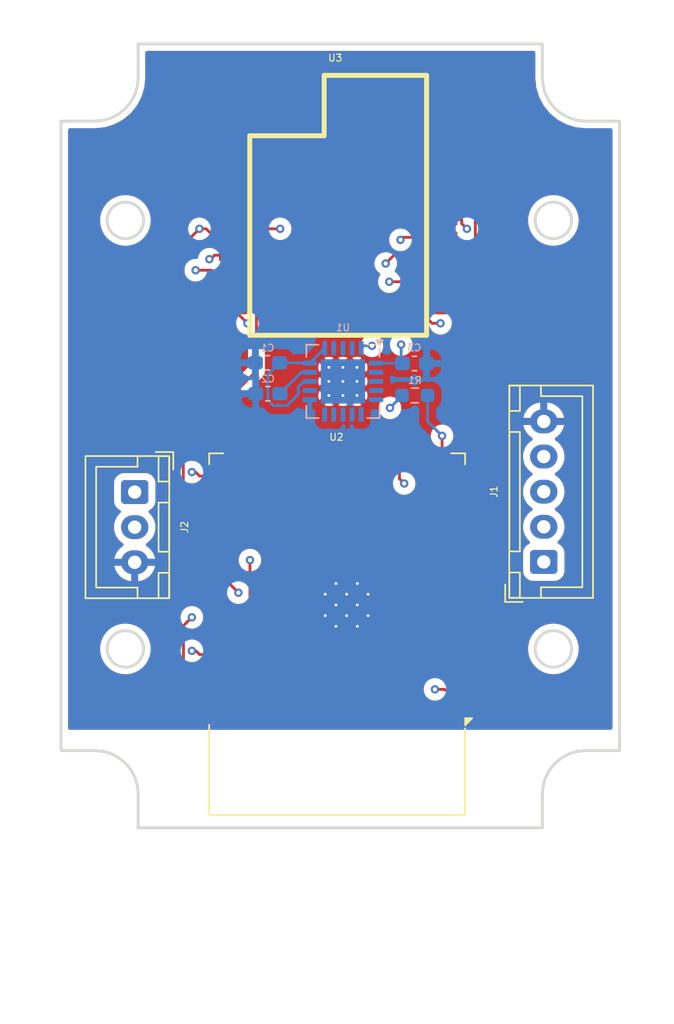
<source format=kicad_pcb>
(kicad_pcb (version 20241229) (generator "pcbnew") (generator_version "9.0")
  (layers (0 "F.Cu" signal) (4 "In1.Cu" signal) (6 "In2.Cu" signal) (2 "B.Cu" signal) (13 "F.Paste" user) (15 "B.Paste" user) (5 "F.SilkS" user "F.Silkscreen") (7 "B.SilkS" user "B.Silkscreen") (1 "F.Mask" user) (3 "B.Mask" user) (25 "Edge.Cuts" user))
  (net 0 "")
  (net 1 "+5V")
  (net 2 "GND")
  (net 3 "Net-(U1-NR)")
  (net 4 "+3.3V")
  (net 6 "/SPORT")
  (net 7 "/RX")
  (net 8 "/BOOT0")
  (net 9 "/TX")
  (net 10 "/SCK")
  (net 11 "Net-(U2-EN)")
  (net 20 "/MISO")
  (net 25 "/DIO1")
  (net 31 "/RX_EN")
  (net 32 "/DIO2")
  (net 38 "/TX_EN")
  (net 39 "/BUSY")
  (net 40 "/NSS")
  (net 41 "/NRESET")
  (net 43 "/MOSI")
  (footprint "Connector_JST:JST_XH_B5B-XH-A_1x05_P2.50mm_Vertical" (layer "F.Cu") (at 163.4375 89.8125 90)
    (property "Reference" "J1" (at 5 -3.55 90) (layer "F.SilkS") (effects (font (size 0.5 0.5) (thickness 0.08))))
    (property "Value" "Conn_01x05_Socket" (hide yes))
    (fp_line (start -1.6 -2.75) (end -2.85 -2.75) (stroke (width 0.12)) (layer "F.SilkS"))
    (fp_line (start -2.85 -2.75) (end -2.85 -1.5) (stroke (width 0.12)) (layer "F.SilkS"))
    (fp_line (start 12.56 -2.46) (end -2.56 -2.46) (stroke (width 0.12)) (layer "F.SilkS"))
    (fp_line (start -2.56 -2.46) (end -2.56 3.51) (stroke (width 0.12)) (layer "F.SilkS"))
    (fp_line (start 12.55 -2.45) (end 10.75 -2.45) (stroke (width 0.12)) (layer "F.SilkS"))
    (fp_line (start 10.75 -2.45) (end 10.75 -1.7) (stroke (width 0.12)) (layer "F.SilkS"))
    (fp_line (start 9.25 -2.45) (end 0.75 -2.45) (stroke (width 0.12)) (layer "F.SilkS"))
    (fp_line (start 0.75 -2.45) (end 0.75 -1.7) (stroke (width 0.12)) (layer "F.SilkS"))
    (fp_line (start -0.75 -2.45) (end -2.55 -2.45) (stroke (width 0.12)) (layer "F.SilkS"))
    (fp_line (start -2.55 -2.45) (end -2.55 -1.7) (stroke (width 0.12)) (layer "F.SilkS"))
    (fp_line (start 12.55 -1.7) (end 12.55 -2.45) (stroke (width 0.12)) (layer "F.SilkS"))
    (fp_line (start 10.75 -1.7) (end 12.55 -1.7) (stroke (width 0.12)) (layer "F.SilkS"))
    (fp_line (start 9.25 -1.7) (end 9.25 -2.45) (stroke (width 0.12)) (layer "F.SilkS"))
    (fp_line (start 0.75 -1.7) (end 9.25 -1.7) (stroke (width 0.12)) (layer "F.SilkS"))
    (fp_line (start -0.75 -1.7) (end -0.75 -2.45) (stroke (width 0.12)) (layer "F.SilkS"))
    (fp_line (start -2.55 -1.7) (end -0.75 -1.7) (stroke (width 0.12)) (layer "F.SilkS"))
    (fp_line (start 12.55 -0.2) (end 11.8 -0.2) (stroke (width 0.12)) (layer "F.SilkS"))
    (fp_line (start 11.8 -0.2) (end 11.8 2.75) (stroke (width 0.12)) (layer "F.SilkS"))
    (fp_line (start -1.8 -0.2) (end -1.8 2.75) (stroke (width 0.12)) (layer "F.SilkS"))
    (fp_line (start -2.55 -0.2) (end -1.8 -0.2) (stroke (width 0.12)) (layer "F.SilkS"))
    (fp_line (start 11.8 2.75) (end 5 2.75) (stroke (width 0.12)) (layer "F.SilkS"))
    (fp_line (start -1.8 2.75) (end 5 2.75) (stroke (width 0.12)) (layer "F.SilkS"))
    (fp_line (start 12.56 3.51) (end 12.56 -2.46) (stroke (width 0.12)) (layer "F.SilkS"))
    (fp_line (start -2.56 3.51) (end 12.56 3.51) (stroke (width 0.12)) (layer "F.SilkS"))
    (pad "1" thru_hole roundrect (at 0 0 90) (size 1.7 1.95) (drill 0.95) (layers "*.Cu" "*.Mask") (roundrect_rratio 0.147059) (net 8 "/BOOT0"))
    (pad "2" thru_hole oval (at 2.5 0 90) (size 1.7 1.95) (drill 0.95) (layers "*.Cu" "*.Mask") (net 9 "/TX"))
    (pad "3" thru_hole oval (at 5 0 90) (size 1.7 1.95) (drill 0.95) (layers "*.Cu" "*.Mask") (net 7 "/RX"))
    (pad "4" thru_hole oval (at 7.5 0 90) (size 1.7 1.95) (drill 0.95) (layers "*.Cu" "*.Mask") (net 4 "+3.3V"))
    (pad "5" thru_hole oval (at 10 0 90) (size 1.7 1.95) (drill 0.95) (layers "*.Cu" "*.Mask") (net 2 "GND"))
  )
  (footprint "RF_Module:ESP32-WROOM-32" (layer "F.Cu") (at 148.7125 91.9625 180)
    (property "Reference" "U2" (at 0.05 11.035 0) (layer "F.SilkS") (effects (font (size 0.5 0.5) (thickness 0.08))))
    (property "Value" "ESP32-WROOM-32" (hide yes))
    (fp_line (start 9.12 9.88) (end 8.12 9.88) (stroke (width 0.12)) (layer "F.SilkS"))
    (fp_line (start 9.12 9.1) (end 9.12 9.88) (stroke (width 0.12)) (layer "F.SilkS"))
    (fp_line (start 9.12 -15.86) (end 9.12 -9.445) (stroke (width 0.12)) (layer "F.SilkS"))
    (fp_line (start -9.12 9.88) (end -8.12 9.88) (stroke (width 0.12)) (layer "F.SilkS"))
    (fp_line (start -9.12 9.1) (end -9.12 9.88) (stroke (width 0.12)) (layer "F.SilkS"))
    (fp_line (start -9.12 -15.86) (end 9.12 -15.86) (stroke (width 0.12)) (layer "F.SilkS"))
    (fp_line (start -9.12 -15.86) (end -9.12 -9.7) (stroke (width 0.12)) (layer "F.SilkS"))
    (fp_poly (pts (xy -9.125 -8.975) (xy -9.625 -8.975) (xy -9.125 -9.475) (xy -9.125 -8.975)) (stroke (width 0.12)) (fill yes) (layer "F.SilkS"))
    (pad "1" smd rect (at -8.75 -8.25 180) (size 1.5 0.9) (layers "F.Cu" "F.Mask" "F.Paste") (net 2 "GND"))
    (pad "2" smd rect (at -8.75 -6.98 180) (size 1.5 0.9) (layers "F.Cu" "F.Mask" "F.Paste") (net 4 "+3.3V"))
    (pad "3" smd rect (at -8.75 -5.71 180) (size 1.5 0.9) (layers "F.Cu" "F.Mask" "F.Paste") (net 11 "Net-(U2-EN)"))
    (pad "4" smd rect (at -8.75 -4.44 180) (size 1.5 0.9) (layers "F.Cu" "F.Mask" "F.Paste"))
    (pad "5" smd rect (at -8.75 -3.17 180) (size 1.5 0.9) (layers "F.Cu" "F.Mask" "F.Paste"))
    (pad "6" smd rect (at -8.75 -1.9 180) (size 1.5 0.9) (layers "F.Cu" "F.Mask" "F.Paste"))
    (pad "7" smd rect (at -8.75 -0.63 180) (size 1.5 0.9) (layers "F.Cu" "F.Mask" "F.Paste"))
    (pad "8" smd rect (at -8.75 0.64 180) (size 1.5 0.9) (layers "F.Cu" "F.Mask" "F.Paste"))
    (pad "9" smd rect (at -8.75 1.91 180) (size 1.5 0.9) (layers "F.Cu" "F.Mask" "F.Paste"))
    (pad "10" smd rect (at -8.75 3.18 180) (size 1.5 0.9) (layers "F.Cu" "F.Mask" "F.Paste"))
    (pad "11" smd rect (at -8.75 4.45 180) (size 1.5 0.9) (layers "F.Cu" "F.Mask" "F.Paste") (net 38 "/TX_EN"))
    (pad "12" smd rect (at -8.75 5.72 180) (size 1.5 0.9) (layers "F.Cu" "F.Mask" "F.Paste") (net 31 "/RX_EN"))
    (pad "13" smd rect (at -8.75 6.99 180) (size 1.5 0.9) (layers "F.Cu" "F.Mask" "F.Paste") (net 41 "/NRESET"))
    (pad "14" smd rect (at -8.75 8.26 180) (size 1.5 0.9) (layers "F.Cu" "F.Mask" "F.Paste"))
    (pad "15" smd rect (at -5.71 9.51 270) (size 1.5 0.9) (layers "F.Cu" "F.Mask" "F.Paste") (net 2 "GND"))
    (pad "16" smd rect (at -4.44 9.51 270) (size 1.5 0.9) (layers "F.Cu" "F.Mask" "F.Paste") (net 6 "/SPORT"))
    (pad "17" smd rect (at -3.17 9.51 270) (size 1.5 0.9) (layers "F.Cu" "F.Mask" "F.Paste"))
    (pad "18" smd rect (at -1.9 9.51 270) (size 1.5 0.9) (layers "F.Cu" "F.Mask" "F.Paste"))
    (pad "19" smd rect (at -0.63 9.51 270) (size 1.5 0.9) (layers "F.Cu" "F.Mask" "F.Paste"))
    (pad "20" smd rect (at 0.64 9.51 270) (size 1.5 0.9) (layers "F.Cu" "F.Mask" "F.Paste"))
    (pad "21" smd rect (at 1.91 9.51 270) (size 1.5 0.9) (layers "F.Cu" "F.Mask" "F.Paste"))
    (pad "22" smd rect (at 3.18 9.51 270) (size 1.5 0.9) (layers "F.Cu" "F.Mask" "F.Paste"))
    (pad "23" smd rect (at 4.45 9.51 270) (size 1.5 0.9) (layers "F.Cu" "F.Mask" "F.Paste"))
    (pad "24" smd rect (at 5.72 9.51 270) (size 1.5 0.9) (layers "F.Cu" "F.Mask" "F.Paste") (net 32 "/DIO2"))
    (pad "25" smd rect (at 8.75 8.26 180) (size 1.5 0.9) (layers "F.Cu" "F.Mask" "F.Paste") (net 8 "/BOOT0"))
    (pad "26" smd rect (at 8.75 6.99 180) (size 1.5 0.9) (layers "F.Cu" "F.Mask" "F.Paste") (net 25 "/DIO1"))
    (pad "27" smd rect (at 8.75 5.72 180) (size 1.5 0.9) (layers "F.Cu" "F.Mask" "F.Paste"))
    (pad "28" smd rect (at 8.75 4.45 180) (size 1.5 0.9) (layers "F.Cu" "F.Mask" "F.Paste"))
    (pad "29" smd rect (at 8.75 3.18 180) (size 1.5 0.9) (layers "F.Cu" "F.Mask" "F.Paste") (net 40 "/NSS"))
    (pad "30" smd rect (at 8.75 1.91 180) (size 1.5 0.9) (layers "F.Cu" "F.Mask" "F.Paste") (net 10 "/SCK"))
    (pad "31" smd rect (at 8.75 0.64 180) (size 1.5 0.9) (layers "F.Cu" "F.Mask" "F.Paste") (net 20 "/MISO"))
    (pad "32" smd rect (at 8.75 -0.63 180) (size 1.5 0.9) (layers "F.Cu" "F.Mask" "F.Paste"))
    (pad "33" smd rect (at 8.75 -1.9 180) (size 1.5 0.9) (layers "F.Cu" "F.Mask" "F.Paste") (net 39 "/BUSY"))
    (pad "34" smd rect (at 8.75 -3.17 180) (size 1.5 0.9) (layers "F.Cu" "F.Mask" "F.Paste") (net 7 "/RX"))
    (pad "35" smd rect (at 8.75 -4.44 180) (size 1.5 0.9) (layers "F.Cu" "F.Mask" "F.Paste") (net 9 "/TX"))
    (pad "36" smd rect (at 8.75 -5.71 180) (size 1.5 0.9) (layers "F.Cu" "F.Mask" "F.Paste"))
    (pad "37" smd rect (at 8.75 -6.98 180) (size 1.5 0.9) (layers "F.Cu" "F.Mask" "F.Paste") (net 43 "/MOSI"))
    (pad "38" smd rect (at 8.75 -8.25 180) (size 1.5 0.9) (layers "F.Cu" "F.Mask" "F.Paste") (net 2 "GND"))
    (pad "39" smd rect (at -2.205 -2.435 180) (size 1.05 1.05) (layers "F.Cu" "F.Paste") (net 2 "GND"))
    (pad "39" thru_hole circle (at -2.205 -1.6725 180) (size 0.6 0.6) (drill 0.2) (property pad_prop_heatsink) (layers "*.Cu" "F.Mask") (net 2 "GND"))
    (pad "39" smd rect (at -2.205 -0.91 180) (size 1.05 1.05) (layers "F.Cu" "F.Paste") (net 2 "GND"))
    (pad "39" thru_hole circle (at -2.205 -0.1475 180) (size 0.6 0.6) (drill 0.2) (property pad_prop_heatsink) (layers "*.Cu" "F.Mask") (net 2 "GND"))
    (pad "39" smd rect (at -2.205 0.615 180) (size 1.05 1.05) (layers "F.Cu" "F.Paste") (net 2 "GND"))
    (pad "39" thru_hole circle (at -1.4425 -2.435 180) (size 0.6 0.6) (drill 0.2) (property pad_prop_heatsink) (layers "*.Cu" "F.Mask") (net 2 "GND"))
    (pad "39" thru_hole circle (at -1.4425 -0.91 180) (size 0.6 0.6) (drill 0.2) (property pad_prop_heatsink) (layers "*.Cu" "F.Mask") (net 2 "GND"))
    (pad "39" thru_hole circle (at -1.4425 0.615 180) (size 0.6 0.6) (drill 0.2) (property pad_prop_heatsink) (layers "*.Cu" "F.Mask") (net 2 "GND"))
    (pad "39" smd rect (at -0.68 -2.435 180) (size 1.05 1.05) (layers "F.Cu" "F.Paste") (net 2 "GND"))
    (pad "39" thru_hole circle (at -0.68 -1.6725 180) (size 0.6 0.6) (drill 0.2) (property pad_prop_heatsink) (layers "*.Cu" "F.Mask") (net 2 "GND"))
    (pad "39" smd rect (at -0.68 -0.91 180) (size 1.05 1.05) (layers "F.Cu" "F.Paste") (net 2 "GND"))
    (pad "39" smd rect (at -0.68 -0.91 180) (size 4.2 4.2) (property pad_prop_heatsink) (layers "F.Cu" "F.Mask") (net 2 "GND"))
    (pad "39" thru_hole circle (at -0.68 -0.1475 180) (size 0.6 0.6) (drill 0.2) (property pad_prop_heatsink) (layers "*.Cu" "F.Mask") (net 2 "GND"))
    (pad "39" smd rect (at -0.68 0.615 180) (size 1.05 1.05) (layers "F.Cu" "F.Paste") (net 2 "GND"))
    (pad "39" thru_hole circle (at 0.0825 -2.435 180) (size 0.6 0.6) (drill 0.2) (property pad_prop_heatsink) (layers "*.Cu" "F.Mask") (net 2 "GND"))
    (pad "39" thru_hole circle (at 0.0825 -0.91 180) (size 0.6 0.6) (drill 0.2) (property pad_prop_heatsink) (layers "*.Cu" "F.Mask") (net 2 "GND"))
    (pad "39" thru_hole circle (at 0.0825 0.615 180) (size 0.6 0.6) (drill 0.2) (property pad_prop_heatsink) (layers "*.Cu" "F.Mask") (net 2 "GND"))
    (pad "39" smd rect (at 0.845 -2.435 180) (size 1.05 1.05) (layers "F.Cu" "F.Paste") (net 2 "GND"))
    (pad "39" thru_hole circle (at 0.845 -1.6725 180) (size 0.6 0.6) (drill 0.2) (property pad_prop_heatsink) (layers "*.Cu" "F.Mask") (net 2 "GND"))
    (pad "39" smd rect (at 0.845 -0.91 180) (size 1.05 1.05) (layers "F.Cu" "F.Paste") (net 2 "GND"))
    (pad "39" thru_hole circle (at 0.845 -0.1475 180) (size 0.6 0.6) (drill 0.2) (property pad_prop_heatsink) (layers "*.Cu" "F.Mask") (net 2 "GND"))
    (pad "39" smd rect (at 0.845 0.615 180) (size 1.05 1.05) (layers "F.Cu" "F.Paste") (net 2 "GND"))
    (zone (net 0) (net_name "") (layers "F.Cu" "B.Cu" "In1.Cu" "In2.Cu") (connect_pads (clearance 0)) (min_thickness 0.254)
      (keepout (tracks not_allowed) (vias not_allowed) (pads not_allowed) (copperpour not_allowed) (footprints not_allowed))
      (fill (thermal_gap 0.508) (thermal_bridge_width 0.508))
      (polygon (pts (xy 172.7125 101.7625) (xy 124.7125 101.7625) (xy 124.7125 122.7025) (xy 172.7125 122.7025)))
    )
  )
  (footprint "Library:E28" (layer "F.Cu") (at 148.2875 65.5375 90)
    (property "Reference" "U3" (at 11.6 0.2875 0) (layer "F.SilkS") (effects (font (size 0.5 0.5) (thickness 0.08))))
    (property "Value" "E28-2G4M27S" (hide yes))
    (fp_line (start -8.14 -5.8) (end 6.06 -5.8) (stroke (width 0.35)) (layer "F.SilkS"))
    (fp_line (start 6.06 -0.5) (end 6.06 -5.8) (stroke (width 0.35)) (layer "F.SilkS"))
    (fp_line (start 6.06 -0.5) (end 10.36 -0.5) (stroke (width 0.35)) (layer "F.SilkS"))
    (fp_line (start 10.36 6.8) (end 10.36 -0.5) (stroke (width 0.35)) (layer "F.SilkS"))
    (fp_line (start -8.14 6.8) (end -8.14 -5.8) (stroke (width 0.35)) (layer "F.SilkS"))
    (fp_line (start -8.14 6.8) (end 10.36 6.8) (stroke (width 0.35)) (layer "F.SilkS"))
    (pad "1" smd rect (at -6.25 -7 270) (size 0.8 2) (layers "F.Cu" "F.Mask" "F.Paste") (net 4 "+3.3V"))
    (pad "1" smd rect (at -6.25 8 270) (size 0.8 2) (layers "F.Cu" "F.Mask" "F.Paste") (net 4 "+3.3V"))
    (pad "2" smd rect (at -4.98 -7 270) (size 0.8 2) (layers "F.Cu" "F.Mask" "F.Paste") (net 2 "GND"))
    (pad "2" smd rect (at -4.98 8 270) (size 0.8 2) (layers "F.Cu" "F.Mask" "F.Paste") (net 2 "GND"))
    (pad "3" smd rect (at -3.71 -7 270) (size 0.8 2) (layers "F.Cu" "F.Mask" "F.Paste") (net 20 "/MISO"))
    (pad "3" smd rect (at -3.71 8 270) (size 0.8 2) (layers "F.Cu" "F.Mask" "F.Paste") (net 20 "/MISO"))
    (pad "4" smd rect (at -2.44 -7 270) (size 0.8 2) (layers "F.Cu" "F.Mask" "F.Paste") (net 43 "/MOSI"))
    (pad "4" smd rect (at -2.44 8 270) (size 0.8 2) (layers "F.Cu" "F.Mask" "F.Paste") (net 43 "/MOSI"))
    (pad "5" smd rect (at -1.17 -7 270) (size 0.8 2) (layers "F.Cu" "F.Mask" "F.Paste") (net 10 "/SCK"))
    (pad "5" smd rect (at -1.17 8 270) (size 0.8 2) (layers "F.Cu" "F.Mask" "F.Paste") (net 10 "/SCK"))
    (pad "6" smd rect (at 0.1 -7 270) (size 0.8 2) (layers "F.Cu" "F.Mask" "F.Paste") (net 40 "/NSS"))
    (pad "6" smd rect (at 0.1 8 270) (size 0.8 2) (layers "F.Cu" "F.Mask" "F.Paste") (net 40 "/NSS"))
    (pad "7" smd rect (at 1.37 -7 270) (size 0.8 2) (layers "F.Cu" "F.Mask" "F.Paste") (net 2 "GND"))
    (pad "7" smd rect (at 1.37 8 270) (size 0.8 2) (layers "F.Cu" "F.Mask" "F.Paste") (net 2 "GND"))
    (pad "8" smd rect (at 2.64 -7 270) (size 0.8 2) (layers "F.Cu" "F.Mask" "F.Paste") (net 31 "/RX_EN"))
    (pad "8" smd rect (at 2.64 8 270) (size 0.8 2) (layers "F.Cu" "F.Mask" "F.Paste") (net 31 "/RX_EN"))
  )
  (footprint "Connector_JST:JST_XH_B3B-XH-A_1x03_P2.50mm_Vertical" (layer "F.Cu") (at 134.2875 84.8375 -90)
    (property "Reference" "J2" (at 2.5 -3.55 90) (layer "F.SilkS") (effects (font (size 0.5 0.5) (thickness 0.08))))
    (property "Value" "Conn_01x03_Socket" (hide yes))
    (fp_line (start -2.56 3.51) (end 7.56 3.51) (stroke (width 0.12)) (layer "F.SilkS"))
    (fp_line (start 7.56 3.51) (end 7.56 -2.46) (stroke (width 0.12)) (layer "F.SilkS"))
    (fp_line (start -1.8 2.75) (end 2.5 2.75) (stroke (width 0.12)) (layer "F.SilkS"))
    (fp_line (start 6.8 2.75) (end 2.5 2.75) (stroke (width 0.12)) (layer "F.SilkS"))
    (fp_line (start -2.55 -0.2) (end -1.8 -0.2) (stroke (width 0.12)) (layer "F.SilkS"))
    (fp_line (start -1.8 -0.2) (end -1.8 2.75) (stroke (width 0.12)) (layer "F.SilkS"))
    (fp_line (start 6.8 -0.2) (end 6.8 2.75) (stroke (width 0.12)) (layer "F.SilkS"))
    (fp_line (start 7.55 -0.2) (end 6.8 -0.2) (stroke (width 0.12)) (layer "F.SilkS"))
    (fp_line (start -2.55 -1.7) (end -0.75 -1.7) (stroke (width 0.12)) (layer "F.SilkS"))
    (fp_line (start -0.75 -1.7) (end -0.75 -2.45) (stroke (width 0.12)) (layer "F.SilkS"))
    (fp_line (start 0.75 -1.7) (end 4.25 -1.7) (stroke (width 0.12)) (layer "F.SilkS"))
    (fp_line (start 4.25 -1.7) (end 4.25 -2.45) (stroke (width 0.12)) (layer "F.SilkS"))
    (fp_line (start 5.75 -1.7) (end 7.55 -1.7) (stroke (width 0.12)) (layer "F.SilkS"))
    (fp_line (start 7.55 -1.7) (end 7.55 -2.45) (stroke (width 0.12)) (layer "F.SilkS"))
    (fp_line (start -2.55 -2.45) (end -2.55 -1.7) (stroke (width 0.12)) (layer "F.SilkS"))
    (fp_line (start -0.75 -2.45) (end -2.55 -2.45) (stroke (width 0.12)) (layer "F.SilkS"))
    (fp_line (start 0.75 -2.45) (end 0.75 -1.7) (stroke (width 0.12)) (layer "F.SilkS"))
    (fp_line (start 4.25 -2.45) (end 0.75 -2.45) (stroke (width 0.12)) (layer "F.SilkS"))
    (fp_line (start 5.75 -2.45) (end 5.75 -1.7) (stroke (width 0.12)) (layer "F.SilkS"))
    (fp_line (start 7.55 -2.45) (end 5.75 -2.45) (stroke (width 0.12)) (layer "F.SilkS"))
    (fp_line (start -2.56 -2.46) (end -2.56 3.51) (stroke (width 0.12)) (layer "F.SilkS"))
    (fp_line (start 7.56 -2.46) (end -2.56 -2.46) (stroke (width 0.12)) (layer "F.SilkS"))
    (fp_line (start -2.85 -2.75) (end -2.85 -1.5) (stroke (width 0.12)) (layer "F.SilkS"))
    (fp_line (start -1.6 -2.75) (end -2.85 -2.75) (stroke (width 0.12)) (layer "F.SilkS"))
    (pad "1" thru_hole roundrect (at 0 0 270) (size 1.7 1.95) (drill 0.95) (layers "*.Cu" "*.Mask") (roundrect_rratio 0.147059) (net 6 "/SPORT"))
    (pad "2" thru_hole oval (at 2.5 0 270) (size 1.7 1.95) (drill 0.95) (layers "*.Cu" "*.Mask") (net 4 "+3.3V"))
    (pad "3" thru_hole oval (at 5 0 270) (size 1.7 1.95) (drill 0.95) (layers "*.Cu" "*.Mask") (net 2 "GND"))
  )
  (footprint "Capacitor_SMD:C_0603_1608Metric_Pad1.08x0.95mm_HandSolder" (layer "B.Cu") (at 154.225 75.6875)
    (property "Reference" "C3" (at -0.0125 -1.125 0) (layer "B.SilkS") (effects (font (size 0.5 0.5) (thickness 0.08)) (justify mirror)))
    (property "Value" "47uF" (hide yes))
    (fp_line (start -0.146267 -0.51) (end 0.146267 -0.51) (stroke (width 0.12)) (layer "B.SilkS"))
    (fp_line (start -0.146267 0.51) (end 0.146267 0.51) (stroke (width 0.12)) (layer "B.SilkS"))
    (pad "1" smd roundrect (at -0.8625 0) (size 1.075 0.95) (layers "B.Cu" "B.Mask" "B.Paste") (net 4 "+3.3V"))
    (pad "2" smd roundrect (at 0.8625 0) (size 1.075 0.95) (layers "B.Cu" "B.Mask" "B.Paste") (net 2 "GND"))
  )
  (footprint "Resistor_SMD:R_0603_1608Metric_Pad0.98x0.95mm_HandSolder" (layer "B.Cu") (at 154.25 77.9625)
    (property "Reference" "R1" (at 0 -1.075 0) (layer "B.SilkS") (effects (font (size 0.5 0.5) (thickness 0.08)) (justify mirror)))
    (property "Value" "10K" (hide yes))
    (fp_line (start -0.254724 -0.5225) (end 0.254724 -0.5225) (stroke (width 0.12)) (layer "B.SilkS"))
    (fp_line (start -0.254724 0.5225) (end 0.254724 0.5225) (stroke (width 0.12)) (layer "B.SilkS"))
    (pad "1" smd roundrect (at -0.9125 0) (size 0.975 0.95) (layers "B.Cu" "B.Mask" "B.Paste") (net 4 "+3.3V"))
    (pad "2" smd roundrect (at 0.9125 0) (size 0.975 0.95) (layers "B.Cu" "B.Mask" "B.Paste") (net 11 "Net-(U2-EN)"))
  )
  (footprint "Package_DFN_QFN:Texas_RGW0020A_VQFN-20-1EP_5x5mm_P0.65mm_EP3.15x3.15mm_ThermalVias" (layer "B.Cu") (at 149.125 76.9625 180)
    (property "Reference" "U1" (at 0 3.83 0) (layer "B.SilkS") (effects (font (size 0.5 0.5) (thickness 0.08)) (justify mirror)))
    (property "Value" "TPS7A4701xRGW" (hide yes))
    (fp_line (start 2.61 2.61) (end 2.61 1.735) (stroke (width 0.12)) (layer "B.SilkS"))
    (fp_line (start 2.61 -2.61) (end 2.61 -1.735) (stroke (width 0.12)) (layer "B.SilkS"))
    (fp_line (start 1.735 2.61) (end 2.61 2.61) (stroke (width 0.12)) (layer "B.SilkS"))
    (fp_line (start 1.735 -2.61) (end 2.61 -2.61) (stroke (width 0.12)) (layer "B.SilkS"))
    (fp_line (start -1.735 2.61) (end -2.31 2.61) (stroke (width 0.12)) (layer "B.SilkS"))
    (fp_line (start -1.735 -2.61) (end -2.61 -2.61) (stroke (width 0.12)) (layer "B.SilkS"))
    (fp_line (start -2.61 1.735) (end -2.61 2.37) (stroke (width 0.12)) (layer "B.SilkS"))
    (fp_line (start -2.61 -2.61) (end -2.61 -1.735) (stroke (width 0.12)) (layer "B.SilkS"))
    (fp_poly (pts (xy -2.61 2.61) (xy -2.85 2.94) (xy -2.37 2.94) (xy -2.61 2.61)) (stroke (width 0.12)) (fill yes) (layer "B.SilkS"))
    (pad "1" smd roundrect (at -2.3625 1.3 180) (size 1.025 0.35) (layers "B.Cu" "B.Mask" "B.Paste") (net 4 "+3.3V"))
    (pad "2" smd roundrect (at -2.3625 0.65 180) (size 1.025 0.35) (layers "B.Cu" "B.Mask" "B.Paste"))
    (pad "3" smd roundrect (at -2.3625 0 180) (size 1.025 0.35) (layers "B.Cu" "B.Mask" "B.Paste"))
    (pad "4" smd roundrect (at -2.3625 -0.65 180) (size 1.025 0.35) (layers "B.Cu" "B.Mask" "B.Paste"))
    (pad "5" smd roundrect (at -2.3625 -1.3 180) (size 1.025 0.35) (layers "B.Cu" "B.Mask" "B.Paste"))
    (pad "6" smd roundrect (at -1.3 -2.3625 180) (size 0.35 1.025) (layers "B.Cu" "B.Mask" "B.Paste"))
    (pad "7" smd roundrect (at -0.65 -2.3625 180) (size 0.35 1.025) (layers "B.Cu" "B.Mask" "B.Paste") (net 2 "GND"))
    (pad "8" smd roundrect (at 0 -2.3625 180) (size 0.35 1.025) (layers "B.Cu" "B.Mask" "B.Paste") (net 2 "GND"))
    (pad "9" smd roundrect (at 0.65 -2.3625 180) (size 0.35 1.025) (layers "B.Cu" "B.Mask" "B.Paste"))
    (pad "10" smd roundrect (at 1.3 -2.3625 180) (size 0.35 1.025) (layers "B.Cu" "B.Mask" "B.Paste"))
    (pad "11" smd roundrect (at 2.3625 -1.3 180) (size 1.025 0.35) (layers "B.Cu" "B.Mask" "B.Paste") (net 2 "GND"))
    (pad "12" smd roundrect (at 2.3625 -0.65 180) (size 1.025 0.35) (layers "B.Cu" "B.Mask" "B.Paste") (net 2 "GND"))
    (pad "13" smd roundrect (at 2.3625 0 180) (size 1.025 0.35) (layers "B.Cu" "B.Mask" "B.Paste") (net 1 "+5V"))
    (pad "14" smd roundrect (at 2.3625 0.65 180) (size 1.025 0.35) (layers "B.Cu" "B.Mask" "B.Paste") (net 3 "Net-(U1-NR)"))
    (pad "15" smd roundrect (at 2.3625 1.3 180) (size 1.025 0.35) (layers "B.Cu" "B.Mask" "B.Paste") (net 1 "+5V"))
    (pad "16" smd roundrect (at 1.3 2.3625 180) (size 0.35 1.025) (layers "B.Cu" "B.Mask" "B.Paste") (net 1 "+5V"))
    (pad "17" smd roundrect (at 0.65 2.3625 180) (size 0.35 1.025) (layers "B.Cu" "B.Mask" "B.Paste"))
    (pad "18" smd roundrect (at 0 2.3625 180) (size 0.35 1.025) (layers "B.Cu" "B.Mask" "B.Paste"))
    (pad "19" smd roundrect (at -0.65 2.3625 180) (size 0.35 1.025) (layers "B.Cu" "B.Mask" "B.Paste"))
    (pad "20" smd roundrect (at -1.3 2.3625 180) (size 0.35 1.025) (layers "B.Cu" "B.Mask" "B.Paste") (net 4 "+3.3V"))
    (pad "21" thru_hole circle (at -1 -1 180) (size 0.5 0.5) (drill 0.2) (property pad_prop_heatsink) (layers "*.Cu") (net 2 "GND"))
    (pad "21" thru_hole circle (at -1 0 180) (size 0.5 0.5) (drill 0.2) (property pad_prop_heatsink) (layers "*.Cu") (net 2 "GND"))
    (pad "21" thru_hole circle (at -1 1 180) (size 0.5 0.5) (drill 0.2) (property pad_prop_heatsink) (layers "*.Cu") (net 2 "GND"))
    (pad "21" thru_hole circle (at 0 -1 180) (size 0.5 0.5) (drill 0.2) (property pad_prop_heatsink) (layers "*.Cu") (net 2 "GND"))
    (pad "21" thru_hole circle (at 0 0 180) (size 0.5 0.5) (drill 0.2) (property pad_prop_heatsink) (layers "*.Cu") (net 2 "GND"))
    (pad "21" smd rect (at 0 0 180) (size 2.5 2.5) (property pad_prop_heatsink) (layers "F.Cu") (net 2 "GND"))
    (pad "21" smd rect (at 0 0 180) (size 3.15 3.15) (property pad_prop_heatsink) (layers "B.Cu" "B.Mask") (net 2 "GND"))
    (pad "21" thru_hole circle (at 0 1 180) (size 0.5 0.5) (drill 0.2) (property pad_prop_heatsink) (layers "*.Cu") (net 2 "GND"))
    (pad "21" thru_hole circle (at 1 -1 180) (size 0.5 0.5) (drill 0.2) (property pad_prop_heatsink) (layers "*.Cu") (net 2 "GND"))
    (pad "21" thru_hole circle (at 1 0 180) (size 0.5 0.5) (drill 0.2) (property pad_prop_heatsink) (layers "*.Cu") (net 2 "GND"))
    (pad "21" thru_hole circle (at 1 1 180) (size 0.5 0.5) (drill 0.2) (property pad_prop_heatsink) (layers "*.Cu") (net 2 "GND"))
  )
  (footprint "Capacitor_SMD:C_0603_1608Metric_Pad1.08x0.95mm_HandSolder" (layer "B.Cu") (at 143.75 75.6375 180)
    (property "Reference" "C1" (at 0 1.06 0) (layer "B.SilkS") (effects (font (size 0.5 0.5) (thickness 0.08)) (justify mirror)))
    (property "Value" "10uF" (hide yes))
    (fp_line (start -0.146267 0.51) (end 0.146267 0.51) (stroke (width 0.12)) (layer "B.SilkS"))
    (fp_line (start -0.146267 -0.51) (end 0.146267 -0.51) (stroke (width 0.12)) (layer "B.SilkS"))
    (pad "1" smd roundrect (at -0.8625 0 180) (size 1.075 0.95) (layers "B.Cu" "B.Mask" "B.Paste") (net 1 "+5V"))
    (pad "2" smd roundrect (at 0.8625 0 180) (size 1.075 0.95) (layers "B.Cu" "B.Mask" "B.Paste") (net 2 "GND"))
  )
  (footprint "Capacitor_SMD:C_0603_1608Metric_Pad1.08x0.95mm_HandSolder" (layer "B.Cu") (at 143.775 77.8375 180)
    (property "Reference" "C2" (at 0 1.06 0) (layer "B.SilkS") (effects (font (size 0.5 0.5) (thickness 0.08)) (justify mirror)))
    (property "Value" "1uF" (hide yes))
    (fp_line (start -0.146267 0.51) (end 0.146267 0.51) (stroke (width 0.12)) (layer "B.SilkS"))
    (fp_line (start -0.146267 -0.51) (end 0.146267 -0.51) (stroke (width 0.12)) (layer "B.SilkS"))
    (pad "1" smd roundrect (at -0.8625 0 180) (size 1.075 0.95) (layers "B.Cu" "B.Mask" "B.Paste") (net 3 "Net-(U1-NR)"))
    (pad "2" smd roundrect (at 0.8625 0 180) (size 1.075 0.95) (layers "B.Cu" "B.Mask" "B.Paste") (net 2 "GND"))
  )
  (gr_line (start 134.537504 108.737504) (end 163.337487 108.737504) (stroke (width 0.2)) (layer "Edge.Cuts"))
  (gr_circle (center 133.623117 65.504393) (end 134.923117 65.504393) (stroke (width 0.2)) (fill no) (layer "Edge.Cuts"))
  (gr_line (start 133.631247 104.14377) (end 134.017054 104.613893) (stroke (width 0.2)) (layer "Edge.Cuts"))
  (gr_line (start 134.537504 52.937496) (end 134.537504 55.362082) (stroke (width 0.2)) (layer "Edge.Cuts"))
  (gr_line (start 134.537504 106.312941) (end 134.537504 108.737504) (stroke (width 0.2)) (layer "Edge.Cuts"))
  (gr_line (start 164.243762 104.14377) (end 164.713861 103.757941) (stroke (width 0.2)) (layer "Edge.Cuts"))
  (gr_line (start 133.161107 103.757937) (end 133.631247 104.14377) (stroke (width 0.2)) (layer "Edge.Cuts"))
  (gr_line (start 165.250248 58.203777) (end 164.713858 57.917072) (stroke (width 0.2)) (layer "Edge.Cuts"))
  (gr_line (start 134.537504 55.362082) (end 134.480305 55.94276) (stroke (width 0.2)) (layer "Edge.Cuts"))
  (gr_line (start 131.462056 103.2375) (end 132.042744 103.294699) (stroke (width 0.2)) (layer "Edge.Cuts"))
  (gr_line (start 163.394702 105.732253) (end 163.571225 105.150267) (stroke (width 0.2)) (layer "Edge.Cuts"))
  (gr_line (start 163.571225 56.524757) (end 163.394702 55.942753) (stroke (width 0.2)) (layer "Edge.Cuts"))
  (gr_line (start 134.017052 57.061117) (end 134.303744 56.52477) (stroke (width 0.2)) (layer "Edge.Cuts"))
  (gr_line (start 134.480305 105.732246) (end 134.537504 106.312941) (stroke (width 0.2)) (layer "Edge.Cuts"))
  (gr_line (start 164.713861 103.757941) (end 165.250242 103.471241) (stroke (width 0.2)) (layer "Edge.Cuts"))
  (gr_line (start 168.837476 58.8075) (end 168.837476 58.4375) (stroke (width 0.2)) (layer "Edge.Cuts"))
  (gr_line (start 165.832256 58.380302) (end 165.250248 58.203777) (stroke (width 0.2)) (layer "Edge.Cuts"))
  (gr_line (start 164.713858 57.917072) (end 164.24376 57.531235) (stroke (width 0.2)) (layer "Edge.Cuts"))
  (gr_line (start 163.337487 108.737504) (end 163.337487 106.312934) (stroke (width 0.2)) (layer "Edge.Cuts"))
  (gr_line (start 163.571225 105.150267) (end 163.857927 104.613883) (stroke (width 0.2)) (layer "Edge.Cuts"))
  (gr_line (start 129.0375 103.2375) (end 131.462056 103.2375) (stroke (width 0.2)) (layer "Edge.Cuts"))
  (gr_circle (center 164.123117 96.004393) (end 165.423117 96.004393) (stroke (width 0.2)) (fill no) (layer "Edge.Cuts"))
  (gr_line (start 134.017054 104.613893) (end 134.303744 105.150254) (stroke (width 0.2)) (layer "Edge.Cuts"))
  (gr_line (start 163.857927 104.613883) (end 164.243762 104.14377) (stroke (width 0.2)) (layer "Edge.Cuts"))
  (gr_line (start 166.41292 58.4375) (end 165.832256 58.380302) (stroke (width 0.2)) (layer "Edge.Cuts"))
  (gr_line (start 166.41292 103.2375) (end 168.837476 103.2375) (stroke (width 0.2)) (layer "Edge.Cuts"))
  (gr_line (start 163.337487 106.312934) (end 163.394702 105.732253) (stroke (width 0.2)) (layer "Edge.Cuts"))
  (gr_line (start 132.042744 103.294699) (end 132.624736 103.471242) (stroke (width 0.2)) (layer "Edge.Cuts"))
  (gr_line (start 168.837476 58.4375) (end 166.41292 58.4375) (stroke (width 0.2)) (layer "Edge.Cuts"))
  (gr_line (start 134.303744 56.52477) (end 134.480305 55.94276) (stroke (width 0.2)) (layer "Edge.Cuts"))
  (gr_line (start 164.24376 57.531235) (end 163.85793 57.061127) (stroke (width 0.2)) (layer "Edge.Cuts"))
  (gr_line (start 132.042737 58.380302) (end 131.462056 58.4375) (stroke (width 0.2)) (layer "Edge.Cuts"))
  (gr_line (start 133.631249 57.531235) (end 134.017052 57.061117) (stroke (width 0.2)) (layer "Edge.Cuts"))
  (gr_line (start 165.250242 103.471241) (end 165.832249 103.294699) (stroke (width 0.2)) (layer "Edge.Cuts"))
  (gr_line (start 134.303744 105.150254) (end 134.480305 105.732246) (stroke (width 0.2)) (layer "Edge.Cuts"))
  (gr_line (start 129.0375 58.4375) (end 129.0375 58.8075) (stroke (width 0.2)) (layer "Edge.Cuts"))
  (gr_line (start 131.462056 58.4375) (end 129.0375 58.4375) (stroke (width 0.2)) (layer "Edge.Cuts"))
  (gr_line (start 133.16111 57.917077) (end 133.631249 57.531235) (stroke (width 0.2)) (layer "Edge.Cuts"))
  (gr_line (start 163.337487 52.937496) (end 134.537504 52.937496) (stroke (width 0.2)) (layer "Edge.Cuts"))
  (gr_line (start 132.62473 58.203776) (end 132.042737 58.380302) (stroke (width 0.2)) (layer "Edge.Cuts"))
  (gr_line (start 165.832249 103.294699) (end 166.41292 103.2375) (stroke (width 0.2)) (layer "Edge.Cuts"))
  (gr_line (start 133.16111 57.917077) (end 132.62473 58.203776) (stroke (width 0.2)) (layer "Edge.Cuts"))
  (gr_line (start 168.837476 103.2375) (end 168.837476 58.8075) (stroke (width 0.2)) (layer "Edge.Cuts"))
  (gr_circle (center 164.123117 65.504393) (end 165.423117 65.504393) (stroke (width 0.2)) (fill no) (layer "Edge.Cuts"))
  (gr_line (start 129.0375 61.414997) (end 129.0375 103.2375) (stroke (width 0.2)) (layer "Edge.Cuts"))
  (gr_line (start 163.394702 55.942753) (end 163.337487 55.362089) (stroke (width 0.2)) (layer "Edge.Cuts"))
  (gr_circle (center 133.623117 96.004393) (end 134.923117 96.004393) (stroke (width 0.2)) (fill no) (layer "Edge.Cuts"))
  (gr_line (start 163.85793 57.061127) (end 163.571225 56.524757) (stroke (width 0.2)) (layer "Edge.Cuts"))
  (gr_line (start 163.337487 55.362089) (end 163.337487 52.937496) (stroke (width 0.2)) (layer "Edge.Cuts"))
  (gr_line (start 129.0375 58.8075) (end 129.0375 61.414997) (stroke (width 0.2)) (layer "Edge.Cuts"))
  (gr_line (start 132.624736 103.471242) (end 133.161107 103.757937) (stroke (width 0.2)) (layer "Edge.Cuts"))
  (segment (start 143.775 78.2873) (end 143.775 76.475) (width 0.2) (layer "B.Cu") (net 1))
  (segment (start 145.1385 78.6788) (end 144.1665 78.6788) (width 0.2) (layer "B.Cu") (net 1))
  (segment (start 147.825 74.6) (end 146.7625 75.6625) (width 0.2) (layer "B.Cu") (net 1))
  (segment (start 146.7375 75.6375) (end 146.7625 75.6625) (width 0.2) (layer "B.Cu") (net 1))
  (segment (start 145.948 77.3636) (end 145.948 77.8693) (width 0.2) (layer "B.Cu") (net 1))
  (segment (start 143.775 76.475) (end 144.6125 75.6375) (width 0.2) (layer "B.Cu") (net 1))
  (segment (start 144.1665 78.6788) (end 143.775 78.2873) (width 0.2) (layer "B.Cu") (net 1))
  (segment (start 145.948 77.8693) (end 145.1385 78.6788) (width 0.2) (layer "B.Cu") (net 1))
  (segment (start 146.3491 76.9625) (end 145.948 77.3636) (width 0.2) (layer "B.Cu") (net 1))
  (segment (start 146.7625 76.9625) (end 146.3491 76.9625) (width 0.2) (layer "B.Cu") (net 1))
  (segment (start 144.6125 75.6375) (end 146.7375 75.6375) (width 0.2) (layer "B.Cu") (net 1))
  (segment (start 146.7625 76.3125) (end 146.1625 76.3125) (width 0.2) (layer "B.Cu") (net 3))
  (segment (start 146.1625 76.3125) (end 144.6375 77.8375) (width 0.2) (layer "B.Cu") (net 3))
  (segment (start 154.9858 72.3348) (end 154.9858 71.7875) (width 0.2) (layer "F.Cu") (net 4))
  (segment (start 155.4791 72.8281) (end 154.9858 72.3348) (width 0.2) (layer "F.Cu") (net 4))
  (segment (start 142.3211 72.8281) (end 141.2875 71.7945) (width 0.2) (layer "F.Cu") (net 4))
  (segment (start 156.0809 72.8281) (end 155.4791 72.8281) (width 0.2) (layer "F.Cu") (net 4))
  (segment (start 157.4625 98.9425) (end 156.4108 98.9425) (width 0.2) (layer "F.Cu") (net 4))
  (segment (start 156.3522 98.8839) (end 156.4108 98.9425) (width 0.2) (layer "F.Cu") (net 4))
  (segment (start 141.2875 71.7945) (end 141.2875 71.7875) (width 0.2) (layer "F.Cu") (net 4))
  (segment (start 155.6824 98.8839) (end 156.3522 98.8839) (width 0.2) (layer "F.Cu") (net 4))
  (segment (start 156.2875 71.7875) (end 154.9858 71.7875) (width 0.2) (layer "F.Cu") (net 4))
  (via (at 151.1977 74.4281) (size 0.6) (drill 0.3) (layers "F.Cu" "B.Cu") (net 4))
  (via (at 155.6824 98.8839) (size 0.6) (drill 0.3) (layers "F.Cu" "B.Cu") (net 4))
  (via (at 142.3211 72.8281) (size 0.6) (drill 0.3) (layers "F.Cu" "B.Cu") (net 4))
  (via (at 152.4771 78.8486) (size 0.6) (drill 0.3) (layers "F.Cu" "B.Cu") (net 4))
  (via (at 153.2747 74.3401) (size 0.6) (drill 0.3) (layers "F.Cu" "B.Cu") (net 4))
  (via (at 156.0809 72.8281) (size 0.6) (drill 0.3) (layers "F.Cu" "B.Cu") (net 4))
  (segment (start 150.5969 74.4281) (end 150.425 74.6) (width 0.2) (layer "B.Cu") (net 4))
  (segment (start 153.3375 77.9882) (end 153.3375 77.9625) (width 0.2) (layer "B.Cu") (net 4))
  (segment (start 152.4771 78.8486) (end 153.3375 77.9882) (width 0.2) (layer "B.Cu") (net 4))
  (segment (start 153.2747 75.6625) (end 151.4875 75.6625) (width 0.2) (layer "B.Cu") (net 4))
  (segment (start 153.2747 74.3401) (end 153.2747 75.6625) (width 0.2) (layer "B.Cu") (net 4))
  (segment (start 153.2997 75.6875) (end 153.3625 75.6875) (width 0.2) (layer "B.Cu") (net 4))
  (segment (start 151.1977 74.4281) (end 150.5969 74.4281) (width 0.2) (layer "B.Cu") (net 4))
  (segment (start 153.2747 75.6625) (end 153.2997 75.6875) (width 0.2) (layer "B.Cu") (net 4))
  (segment (start 153.1525 83.8905) (end 153.1525 82.4525) (width 0.2) (layer "F.Cu") (net 6))
  (segment (start 153.4924 84.2304) (end 153.1525 83.8905) (width 0.2) (layer "F.Cu") (net 6))
  (via (at 153.4924 84.2304) (size 0.6) (drill 0.3) (layers "F.Cu" "B.Cu") (net 6))
  (segment (start 139.9625 95.1325) (end 141.0142 95.1325) (width 0.2) (layer "F.Cu") (net 7))
  (segment (start 141.0142 95.1325) (end 142.5003 93.6464) (width 0.2) (layer "F.Cu") (net 7))
  (segment (start 142.5003 93.6464) (end 142.5003 89.6794) (width 0.2) (layer "F.Cu") (net 7))
  (via (at 142.5003 89.6794) (size 0.6) (drill 0.3) (layers "F.Cu" "B.Cu") (net 7))
  (segment (start 138.625 83.4167) (end 138.3592 83.4167) (width 0.2) (layer "F.Cu") (net 8))
  (segment (start 138.9108 83.7025) (end 138.625 83.4167) (width 0.2) (layer "F.Cu") (net 8))
  (segment (start 139.9625 83.7025) (end 138.9108 83.7025) (width 0.2) (layer "F.Cu") (net 8))
  (via (at 138.3592 83.4167) (size 0.6) (drill 0.3) (layers "F.Cu" "B.Cu") (net 8))
  (segment (start 138.3624 96.1402) (end 138.6485 96.1402) (width 0.2) (layer "F.Cu") (net 9))
  (segment (start 139.9625 96.4025) (end 138.9108 96.4025) (width 0.2) (layer "F.Cu") (net 9))
  (segment (start 138.6485 96.1402) (end 138.9108 96.4025) (width 0.2) (layer "F.Cu") (net 9))
  (via (at 138.3624 96.1402) (size 0.6) (drill 0.3) (layers "F.Cu" "B.Cu") (net 9))
  (segment (start 141.2875 66.7075) (end 139.9858 66.7075) (width 0.2) (layer "F.Cu") (net 10))
  (segment (start 139.3785 66.1002) (end 138.8983 66.1002) (width 0.2) (layer "F.Cu") (net 10))
  (segment (start 139.9625 90.0525) (end 138.9108 90.0525) (width 0.2) (layer "F.Cu") (net 10))
  (segment (start 139.9858 66.7075) (end 139.3785 66.1002) (width 0.2) (layer "F.Cu") (net 10))
  (segment (start 153.4032 66.7075) (end 153.2237 66.887) (width 0.2) (layer "F.Cu") (net 10))
  (segment (start 137.7497 88.8914) (end 138.9108 90.0525) (width 0.2) (layer "F.Cu") (net 10))
  (segment (start 156.2875 66.7075) (end 153.4032 66.7075) (width 0.2) (layer "F.Cu") (net 10))
  (segment (start 138.8983 66.1002) (end 137.7497 67.2488) (width 0.2) (layer "F.Cu") (net 10))
  (segment (start 137.7497 67.2488) (end 137.7497 88.8914) (width 0.2) (layer "F.Cu") (net 10))
  (via (at 153.2237 66.887) (size 0.6) (drill 0.3) (layers "F.Cu" "B.Cu") (net 10))
  (via (at 138.8983 66.1002) (size 0.6) (drill 0.3) (layers "F.Cu" "B.Cu") (net 10))
  (segment (start 157.4625 97.6725) (end 156.4108 97.6725) (width 0.2) (layer "F.Cu") (net 11))
  (segment (start 156.191 97.4527) (end 156.4108 97.6725) (width 0.2) (layer "F.Cu") (net 11))
  (segment (start 156.191 80.8372) (end 156.191 97.4527) (width 0.2) (layer "F.Cu") (net 11))
  (via (at 156.191 80.8372) (size 0.6) (drill 0.3) (layers "F.Cu" "B.Cu") (net 11))
  (segment (start 155.1625 79.8087) (end 156.191 80.8372) (width 0.2) (layer "B.Cu") (net 11))
  (segment (start 155.1625 77.9625) (end 155.1625 79.8087) (width 0.2) (layer "B.Cu") (net 11))
  (segment (start 154.9858 69.2475) (end 154.3648 69.8685) (width 0.2) (layer "F.Cu") (net 20))
  (segment (start 141.2875 69.2475) (end 139.9858 69.2475) (width 0.2) (layer "F.Cu") (net 20))
  (segment (start 139.7875 69.0492) (end 138.6293 69.0492) (width 0.2) (layer "F.Cu") (net 20))
  (segment (start 156.2875 69.2475) (end 154.9858 69.2475) (width 0.2) (layer "F.Cu") (net 20))
  (segment (start 154.3648 69.8685) (end 152.4253 69.8685) (width 0.2) (layer "F.Cu") (net 20))
  (segment (start 139.9625 91.3225) (end 141.0142 91.3225) (width 0.2) (layer "F.Cu") (net 20))
  (segment (start 141.0142 91.3375) (end 141.0142 91.3225) (width 0.2) (layer "F.Cu") (net 20))
  (segment (start 141.6771 92.0004) (end 141.0142 91.3375) (width 0.2) (layer "F.Cu") (net 20))
  (segment (start 139.9858 69.2475) (end 139.7875 69.0492) (width 0.2) (layer "F.Cu") (net 20))
  (via (at 138.6293 69.0492) (size 0.6) (drill 0.3) (layers "F.Cu" "B.Cu") (net 20))
  (via (at 152.4253 69.8685) (size 0.6) (drill 0.3) (layers "F.Cu" "B.Cu") (net 20))
  (via (at 141.6771 92.0004) (size 0.6) (drill 0.3) (layers "F.Cu" "B.Cu") (net 20))
  (segment (start 157.4625 86.2425) (end 158.5142 86.2425) (width 0.2) (layer "F.Cu") (net 31))
  (segment (start 158.5636 63.8719) (end 157.5892 62.8975) (width 0.2) (layer "F.Cu") (net 31))
  (segment (start 158.5142 86.2425) (end 158.5636 86.1931) (width 0.2) (layer "F.Cu") (net 31))
  (segment (start 156.2875 62.8975) (end 141.2875 62.8975) (width 0.2) (layer "F.Cu") (net 31))
  (segment (start 158.5636 86.1931) (end 158.5636 63.8719) (width 0.2) (layer "F.Cu") (net 31))
  (segment (start 156.9384 62.8975) (end 156.2875 62.8975) (width 0.2) (layer "F.Cu") (net 31))
  (segment (start 156.9384 62.8975) (end 157.5892 62.8975) (width 0.2) (layer "F.Cu") (net 31))
  (segment (start 156.2875 65.4375) (end 157.5892 65.4375) (width 0.2) (layer "F.Cu") (net 40))
  (segment (start 144.6521 66.1002) (end 142.965 66.1002) (width 0.2) (layer "F.Cu") (net 40))
  (segment (start 141.0142 78.1662) (end 141.0142 88.7825) (width 0.2) (layer "F.Cu") (net 40))
  (segment (start 142.5892 65.4375) (end 142.5892 65.7244) (width 0.2) (layer "F.Cu") (net 40))
  (segment (start 142.965 76.2154) (end 141.0142 78.1662) (width 0.2) (layer "F.Cu") (net 40))
  (segment (start 141.2875 65.4375) (end 142.5892 65.4375) (width 0.2) (layer "F.Cu") (net 40))
  (segment (start 142.965 66.1002) (end 142.965 76.2154) (width 0.2) (layer "F.Cu") (net 40))
  (segment (start 157.5892 65.4375) (end 157.5892 65.7275) (width 0.2) (layer "F.Cu") (net 40))
  (segment (start 142.5892 65.7244) (end 142.965 66.1002) (width 0.2) (layer "F.Cu") (net 40))
  (segment (start 139.9625 88.7825) (end 141.0142 88.7825) (width 0.2) (layer "F.Cu") (net 40))
  (segment (start 157.5892 65.7275) (end 157.9619 66.1002) (width 0.2) (layer "F.Cu") (net 40))
  (via (at 144.6521 66.1002) (size 0.6) (drill 0.3) (layers "F.Cu" "B.Cu") (net 40))
  (via (at 157.9619 66.1002) (size 0.6) (drill 0.3) (layers "F.Cu" "B.Cu") (net 40))
  (segment (start 138.9108 98.9425) (end 137.7606 97.7923) (width 0.2) (layer "F.Cu") (net 43))
  (segment (start 139.9625 98.9425) (end 138.9108 98.9425) (width 0.2) (layer "F.Cu") (net 43))
  (segment (start 139.6076 68.2607) (end 139.7026 68.2607) (width 0.2) (layer "F.Cu") (net 43))
  (segment (start 137.7606 97.7923) (end 137.7606 94.3567) (width 0.2) (layer "F.Cu") (net 43))
  (segment (start 141.2875 67.9775) (end 139.9858 67.9775) (width 0.2) (layer "F.Cu") (net 43))
  (segment (start 156.2875 67.9775) (end 152.7661 67.9775) (width 0.2) (layer "F.Cu") (net 43))
  (segment (start 139.7026 68.2607) (end 139.9858 67.9775) (width 0.2) (layer "F.Cu") (net 43))
  (segment (start 152.7661 67.9775) (end 152.1724 68.5712) (width 0.2) (layer "F.Cu") (net 43))
  (segment (start 137.7606 94.3567) (end 138.3608 93.7565) (width 0.2) (layer "F.Cu") (net 43))
  (via (at 139.6076 68.2607) (size 0.6) (drill 0.3) (layers "F.Cu" "B.Cu") (net 43))
  (via (at 152.1724 68.5712) (size 0.6) (drill 0.3) (layers "F.Cu" "B.Cu") (net 43))
  (via (at 138.3608 93.7565) (size 0.6) (drill 0.3) (layers "F.Cu" "B.Cu") (net 43))
  (zone (net 2) (net_name "GND") (layer "F.Cu") (connect_pads (clearance 0.5)) (min_thickness 0.25) (fill yes (thermal_gap 0.5) (thermal_bridge_width 0.5))
    (polygon (pts (xy 172.5125 49.8125) (xy 172.5125 112.5125) (xy 125.0125 112.6875) (xy 124.9875 49.8125)))
  )
  (zone (net 2) (net_name "GND") (layer "B.Cu") (connect_pads (clearance 0.5)) (min_thickness 0.25) (fill yes (thermal_gap 0.5) (thermal_bridge_width 0.5))
    (polygon (pts (xy 172.5125 49.8125) (xy 172.5125 112.5125) (xy 125.0125 112.6875) (xy 124.9875 49.8125)))
  )
)
</source>
